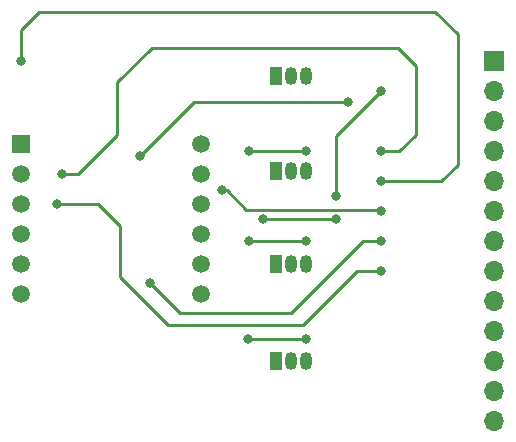
<source format=gbr>
%TF.GenerationSoftware,KiCad,Pcbnew,(7.0.0-0)*%
%TF.CreationDate,2023-03-23T20:34:07-04:00*%
%TF.ProjectId,EE5143_7Digit_FPGA,45453531-3433-45f3-9744-696769745f46,rev?*%
%TF.SameCoordinates,Original*%
%TF.FileFunction,Copper,L2,Bot*%
%TF.FilePolarity,Positive*%
%FSLAX46Y46*%
G04 Gerber Fmt 4.6, Leading zero omitted, Abs format (unit mm)*
G04 Created by KiCad (PCBNEW (7.0.0-0)) date 2023-03-23 20:34:07*
%MOMM*%
%LPD*%
G01*
G04 APERTURE LIST*
%TA.AperFunction,ComponentPad*%
%ADD10R,1.050000X1.500000*%
%TD*%
%TA.AperFunction,ComponentPad*%
%ADD11O,1.050000X1.500000*%
%TD*%
%TA.AperFunction,ComponentPad*%
%ADD12R,1.500000X1.500000*%
%TD*%
%TA.AperFunction,ComponentPad*%
%ADD13C,1.500000*%
%TD*%
%TA.AperFunction,ComponentPad*%
%ADD14O,1.700000X1.700000*%
%TD*%
%TA.AperFunction,ComponentPad*%
%ADD15R,1.700000X1.700000*%
%TD*%
%TA.AperFunction,ViaPad*%
%ADD16C,0.800000*%
%TD*%
%TA.AperFunction,Conductor*%
%ADD17C,0.250000*%
%TD*%
G04 APERTURE END LIST*
D10*
%TO.P,Q3,1,E*%
%TO.N,GNDREF*%
X123824999Y-60324999D03*
D11*
%TO.P,Q3,2,B*%
%TO.N,Net-(Q3-B)*%
X125094999Y-60324999D03*
%TO.P,Q3,3,C*%
%TO.N,D3*%
X126364999Y-60324999D03*
%TD*%
D12*
%TO.P,U1,1,e*%
%TO.N,Net-(U1-e)*%
X102234999Y-50164999D03*
D13*
%TO.P,U1,2,d*%
%TO.N,Net-(U1-d)*%
X102235000Y-52705000D03*
%TO.P,U1,3,DPX*%
%TO.N,Net-(U1-DPX)*%
X102235000Y-55245000D03*
%TO.P,U1,4,c*%
%TO.N,Net-(U1-c)*%
X102235000Y-57785000D03*
%TO.P,U1,5,g*%
%TO.N,Net-(U1-g)*%
X102235000Y-60325000D03*
%TO.P,U1,6,CC4*%
%TO.N,D4*%
X102235000Y-62865000D03*
%TO.P,U1,7,b*%
%TO.N,Net-(U1-b)*%
X117475000Y-62865000D03*
%TO.P,U1,8,CC3*%
%TO.N,D3*%
X117475000Y-60325000D03*
%TO.P,U1,9,CC2*%
%TO.N,D2*%
X117475000Y-57785000D03*
%TO.P,U1,10,f*%
%TO.N,Net-(U1-f)*%
X117475000Y-55245000D03*
%TO.P,U1,11,a*%
%TO.N,Net-(U1-a)*%
X117475000Y-52705000D03*
%TO.P,U1,12,CC1*%
%TO.N,D1*%
X117475000Y-50165000D03*
%TD*%
D11*
%TO.P,Q4,3,C*%
%TO.N,D4*%
X126364999Y-68579999D03*
%TO.P,Q4,2,B*%
%TO.N,Net-(Q4-B)*%
X125094999Y-68579999D03*
D10*
%TO.P,Q4,1,E*%
%TO.N,GNDREF*%
X123824999Y-68579999D03*
%TD*%
%TO.P,Q2,1,E*%
%TO.N,GNDREF*%
X123824999Y-52429999D03*
D11*
%TO.P,Q2,2,B*%
%TO.N,Net-(Q2-B)*%
X125094999Y-52429999D03*
%TO.P,Q2,3,C*%
%TO.N,D2*%
X126364999Y-52429999D03*
%TD*%
D10*
%TO.P,Q1,1,E*%
%TO.N,GNDREF*%
X123824999Y-44449999D03*
D11*
%TO.P,Q1,2,B*%
%TO.N,Net-(Q1-B)*%
X125094999Y-44449999D03*
%TO.P,Q1,3,C*%
%TO.N,D1*%
X126364999Y-44449999D03*
%TD*%
D14*
%TO.P,J1,13,Pin_13*%
%TO.N,GNDREF*%
X142239999Y-73659999D03*
%TO.P,J1,12,Pin_12*%
%TO.N,Do4*%
X142239999Y-71119999D03*
%TO.P,J1,11,Pin_11*%
%TO.N,Do3*%
X142239999Y-68579999D03*
%TO.P,J1,10,Pin_10*%
%TO.N,Do2*%
X142239999Y-66039999D03*
%TO.P,J1,9,Pin_9*%
%TO.N,Do1*%
X142239999Y-63499999D03*
%TO.P,J1,8,Pin_8*%
%TO.N,DP*%
X142239999Y-60959999D03*
%TO.P,J1,7,Pin_7*%
%TO.N,G*%
X142239999Y-58419999D03*
%TO.P,J1,6,Pin_6*%
%TO.N,F*%
X142239999Y-55879999D03*
%TO.P,J1,5,Pin_5*%
%TO.N,E*%
X142239999Y-53339999D03*
%TO.P,J1,4,Pin_4*%
%TO.N,D*%
X142239999Y-50799999D03*
%TO.P,J1,3,Pin_3*%
%TO.N,C*%
X142239999Y-48259999D03*
%TO.P,J1,2,Pin_2*%
%TO.N,B*%
X142239999Y-45719999D03*
D15*
%TO.P,J1,1,Pin_1*%
%TO.N,A*%
X142239999Y-43179999D03*
%TD*%
D16*
%TO.N,Net-(U1-d)*%
X105664000Y-52705000D03*
%TO.N,Net-(U1-e)*%
X102235000Y-43180000D03*
%TO.N,Net-(U1-c)*%
X112268000Y-51181000D03*
X129921000Y-46609000D03*
%TO.N,Net-(U1-g)*%
X113157000Y-61976000D03*
%TO.N,Net-(U1-DPX)*%
X105283000Y-55245000D03*
%TO.N,Net-(U1-b)*%
X128905000Y-56515000D03*
X128905000Y-54610000D03*
X122682000Y-56515000D03*
%TO.N,Net-(U1-f)*%
X119253000Y-54102000D03*
%TO.N,D4*%
X121412000Y-66675000D03*
%TO.N,D3*%
X121539000Y-58420000D03*
%TO.N,D2*%
X121539000Y-50800000D03*
%TO.N,D4*%
X126365000Y-66675000D03*
%TO.N,D3*%
X126365000Y-58420000D03*
%TO.N,D2*%
X126365000Y-50800000D03*
%TO.N,Net-(U1-DPX)*%
X132715000Y-60960000D03*
%TO.N,Net-(U1-g)*%
X132715000Y-58420000D03*
%TO.N,Net-(U1-f)*%
X132715000Y-55880000D03*
%TO.N,Net-(U1-e)*%
X132715000Y-53340000D03*
%TO.N,Net-(U1-d)*%
X132715000Y-50800000D03*
%TO.N,Net-(U1-b)*%
X132715000Y-45720000D03*
%TD*%
D17*
%TO.N,Net-(U1-d)*%
X132715000Y-50800000D02*
X134239000Y-50800000D01*
X113284000Y-42037000D02*
X110363000Y-44958000D01*
X107061000Y-52705000D02*
X105664000Y-52705000D01*
X134239000Y-50800000D02*
X135636000Y-49403000D01*
X135636000Y-49403000D02*
X135636000Y-43561000D01*
X135636000Y-43561000D02*
X134112000Y-42037000D01*
X134112000Y-42037000D02*
X113284000Y-42037000D01*
X110363000Y-44958000D02*
X110363000Y-49403000D01*
X110363000Y-49403000D02*
X107061000Y-52705000D01*
%TO.N,Net-(U1-e)*%
X132715000Y-53340000D02*
X137795000Y-53340000D01*
X137795000Y-53340000D02*
X139192000Y-51943000D01*
X139192000Y-51943000D02*
X139192000Y-40894000D01*
X139192000Y-40894000D02*
X137287000Y-38989000D01*
X137287000Y-38989000D02*
X103759000Y-38989000D01*
X102235000Y-40513000D02*
X102235000Y-43180000D01*
X103759000Y-38989000D02*
X102235000Y-40513000D01*
%TO.N,Net-(U1-c)*%
X116840000Y-46609000D02*
X112268000Y-51181000D01*
X129921000Y-46609000D02*
X116840000Y-46609000D01*
%TO.N,Net-(U1-g)*%
X132715000Y-58420000D02*
X131191000Y-58420000D01*
X131191000Y-58420000D02*
X125095000Y-64516000D01*
X125095000Y-64516000D02*
X115697000Y-64516000D01*
X115697000Y-64516000D02*
X113157000Y-61976000D01*
%TO.N,Net-(U1-DPX)*%
X105283000Y-55245000D02*
X108712000Y-55245000D01*
X108712000Y-55245000D02*
X110617000Y-57150000D01*
X110617000Y-57150000D02*
X110617000Y-61468000D01*
X110617000Y-61468000D02*
X114681000Y-65532000D01*
X114681000Y-65532000D02*
X126111000Y-65532000D01*
X126111000Y-65532000D02*
X130683000Y-60960000D01*
X130683000Y-60960000D02*
X132715000Y-60960000D01*
%TO.N,Net-(U1-b)*%
X122682000Y-56515000D02*
X128905000Y-56515000D01*
X128905000Y-49530000D02*
X128905000Y-54610000D01*
X132715000Y-45720000D02*
X128905000Y-49530000D01*
%TO.N,Net-(U1-f)*%
X119634000Y-54102000D02*
X121285000Y-55753000D01*
X119253000Y-54102000D02*
X119634000Y-54102000D01*
X132588000Y-55753000D02*
X132715000Y-55880000D01*
X121285000Y-55753000D02*
X132588000Y-55753000D01*
%TO.N,D4*%
X126365000Y-66675000D02*
X121412000Y-66675000D01*
%TO.N,D3*%
X121539000Y-58420000D02*
X126365000Y-58420000D01*
%TO.N,D2*%
X121539000Y-50800000D02*
X126365000Y-50800000D01*
%TD*%
M02*

</source>
